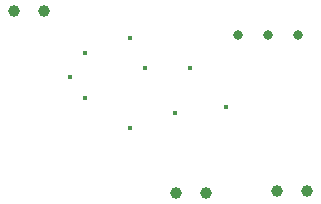
<source format=gbr>
%TF.GenerationSoftware,KiCad,Pcbnew,(6.0.0)*%
%TF.CreationDate,2022-12-01T23:11:19+01:00*%
%TF.ProjectId,current_measurement,63757272-656e-4745-9f6d-656173757265,1.1*%
%TF.SameCoordinates,Original*%
%TF.FileFunction,Plated,1,2,PTH,Drill*%
%TF.FilePolarity,Positive*%
%FSLAX46Y46*%
G04 Gerber Fmt 4.6, Leading zero omitted, Abs format (unit mm)*
G04 Created by KiCad (PCBNEW (6.0.0)) date 2022-12-01 23:11:19*
%MOMM*%
%LPD*%
G01*
G04 APERTURE LIST*
%TA.AperFunction,ViaDrill*%
%ADD10C,0.400000*%
%TD*%
%TA.AperFunction,ComponentDrill*%
%ADD11C,0.800000*%
%TD*%
%TA.AperFunction,ComponentDrill*%
%ADD12C,1.000000*%
%TD*%
G04 APERTURE END LIST*
D10*
X93980000Y-62992000D03*
X95250000Y-60960000D03*
X95250000Y-64770000D03*
X99060000Y-59690000D03*
X99060000Y-67310000D03*
X100330000Y-62230000D03*
X102870000Y-66040000D03*
X104140000Y-62230000D03*
X107188000Y-65532000D03*
D11*
%TO.C,RV1*%
X108204000Y-59436000D03*
X110744000Y-59436000D03*
X113284000Y-59436000D03*
D12*
%TO.C,J1*%
X89159000Y-57404000D03*
X91699000Y-57404000D03*
%TO.C,J2*%
X102872472Y-72851187D03*
X105412472Y-72851187D03*
%TO.C,J3*%
X111501000Y-72644000D03*
X114041000Y-72644000D03*
M02*

</source>
